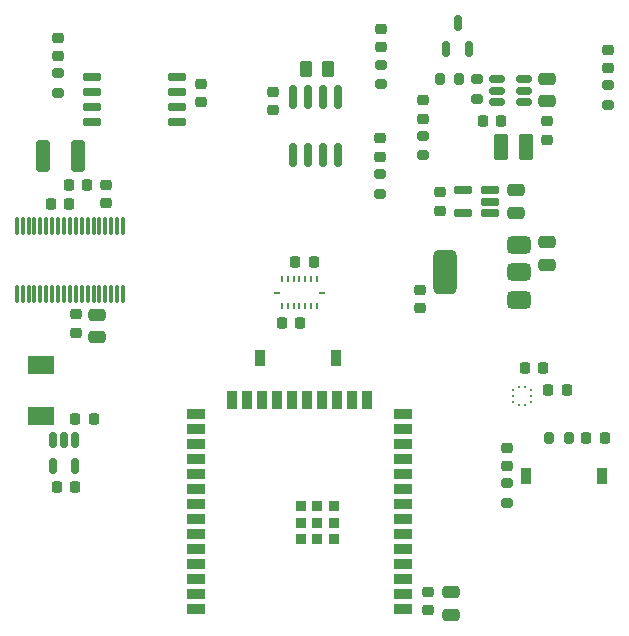
<source format=gtp>
G04 #@! TF.GenerationSoftware,KiCad,Pcbnew,9.0.0*
G04 #@! TF.CreationDate,2025-02-28T23:09:54-08:00*
G04 #@! TF.ProjectId,Constellation Stack V3.0,436f6e73-7465-46c6-9c61-74696f6e2053,rev?*
G04 #@! TF.SameCoordinates,Original*
G04 #@! TF.FileFunction,Paste,Top*
G04 #@! TF.FilePolarity,Positive*
%FSLAX46Y46*%
G04 Gerber Fmt 4.6, Leading zero omitted, Abs format (unit mm)*
G04 Created by KiCad (PCBNEW 9.0.0) date 2025-02-28 23:09:54*
%MOMM*%
%LPD*%
G01*
G04 APERTURE LIST*
G04 Aperture macros list*
%AMRoundRect*
0 Rectangle with rounded corners*
0 $1 Rounding radius*
0 $2 $3 $4 $5 $6 $7 $8 $9 X,Y pos of 4 corners*
0 Add a 4 corners polygon primitive as box body*
4,1,4,$2,$3,$4,$5,$6,$7,$8,$9,$2,$3,0*
0 Add four circle primitives for the rounded corners*
1,1,$1+$1,$2,$3*
1,1,$1+$1,$4,$5*
1,1,$1+$1,$6,$7*
1,1,$1+$1,$8,$9*
0 Add four rect primitives between the rounded corners*
20,1,$1+$1,$2,$3,$4,$5,0*
20,1,$1+$1,$4,$5,$6,$7,0*
20,1,$1+$1,$6,$7,$8,$9,0*
20,1,$1+$1,$8,$9,$2,$3,0*%
G04 Aperture macros list end*
%ADD10RoundRect,0.218750X-0.256250X0.218750X-0.256250X-0.218750X0.256250X-0.218750X0.256250X0.218750X0*%
%ADD11RoundRect,0.250000X-0.262500X-0.450000X0.262500X-0.450000X0.262500X0.450000X-0.262500X0.450000X0*%
%ADD12R,1.500000X0.900000*%
%ADD13R,0.900000X1.500000*%
%ADD14R,0.900000X0.900000*%
%ADD15RoundRect,0.225000X0.250000X-0.225000X0.250000X0.225000X-0.250000X0.225000X-0.250000X-0.225000X0*%
%ADD16RoundRect,0.250000X-0.475000X0.250000X-0.475000X-0.250000X0.475000X-0.250000X0.475000X0.250000X0*%
%ADD17RoundRect,0.250000X0.475000X-0.250000X0.475000X0.250000X-0.475000X0.250000X-0.475000X-0.250000X0*%
%ADD18R,0.254000X0.482600*%
%ADD19R,0.482600X0.254000*%
%ADD20RoundRect,0.375000X0.625000X0.375000X-0.625000X0.375000X-0.625000X-0.375000X0.625000X-0.375000X0*%
%ADD21RoundRect,0.500000X0.500000X1.400000X-0.500000X1.400000X-0.500000X-1.400000X0.500000X-1.400000X0*%
%ADD22RoundRect,0.150000X0.512500X0.150000X-0.512500X0.150000X-0.512500X-0.150000X0.512500X-0.150000X0*%
%ADD23RoundRect,0.225000X-0.225000X-0.250000X0.225000X-0.250000X0.225000X0.250000X-0.225000X0.250000X0*%
%ADD24RoundRect,0.225000X-0.250000X0.225000X-0.250000X-0.225000X0.250000X-0.225000X0.250000X0.225000X0*%
%ADD25RoundRect,0.218750X0.218750X0.256250X-0.218750X0.256250X-0.218750X-0.256250X0.218750X-0.256250X0*%
%ADD26RoundRect,0.200000X0.275000X-0.200000X0.275000X0.200000X-0.275000X0.200000X-0.275000X-0.200000X0*%
%ADD27RoundRect,0.150000X-0.650000X-0.150000X0.650000X-0.150000X0.650000X0.150000X-0.650000X0.150000X0*%
%ADD28RoundRect,0.200000X-0.200000X-0.275000X0.200000X-0.275000X0.200000X0.275000X-0.200000X0.275000X0*%
%ADD29R,0.889000X1.397000*%
%ADD30RoundRect,0.150000X-0.150000X0.512500X-0.150000X-0.512500X0.150000X-0.512500X0.150000X0.512500X0*%
%ADD31RoundRect,0.225000X0.225000X0.250000X-0.225000X0.250000X-0.225000X-0.250000X0.225000X-0.250000X0*%
%ADD32RoundRect,0.150000X0.650000X0.150000X-0.650000X0.150000X-0.650000X-0.150000X0.650000X-0.150000X0*%
%ADD33R,0.254000X0.279400*%
%ADD34R,0.279400X0.254000*%
%ADD35RoundRect,0.250000X-0.325000X-1.100000X0.325000X-1.100000X0.325000X1.100000X-0.325000X1.100000X0*%
%ADD36RoundRect,0.150000X0.150000X-0.512500X0.150000X0.512500X-0.150000X0.512500X-0.150000X-0.512500X0*%
%ADD37RoundRect,0.150000X0.150000X-0.825000X0.150000X0.825000X-0.150000X0.825000X-0.150000X-0.825000X0*%
%ADD38RoundRect,0.250000X-0.375000X-0.850000X0.375000X-0.850000X0.375000X0.850000X-0.375000X0.850000X0*%
%ADD39RoundRect,0.075000X-0.075000X0.662500X-0.075000X-0.662500X0.075000X-0.662500X0.075000X0.662500X0*%
%ADD40RoundRect,0.200000X0.200000X0.275000X-0.200000X0.275000X-0.200000X-0.275000X0.200000X-0.275000X0*%
%ADD41R,2.209800X1.574800*%
G04 APERTURE END LIST*
D10*
X33520000Y-32412499D03*
X33520000Y-33987501D03*
D11*
X54530000Y-35071600D03*
X56355000Y-35071600D03*
D12*
X62725000Y-80800000D03*
X62725000Y-79530000D03*
X62725000Y-78260000D03*
X62725000Y-76990000D03*
X62725000Y-75720000D03*
X62725000Y-74450000D03*
X62725000Y-73180000D03*
X62725000Y-71910000D03*
X62725000Y-70640000D03*
X62725000Y-69370000D03*
X62725000Y-68100000D03*
X62725000Y-66830000D03*
X62725000Y-65560000D03*
X62725000Y-64290000D03*
D13*
X59690000Y-63040000D03*
X58420000Y-63040000D03*
X57150000Y-63040001D03*
X55880000Y-63040000D03*
X54610000Y-63040000D03*
X53340000Y-63040000D03*
X52070000Y-63040000D03*
X50800000Y-63040001D03*
X49530000Y-63040000D03*
X48260000Y-63040000D03*
D12*
X45225000Y-64290000D03*
X45225000Y-65560000D03*
X45225000Y-66830000D03*
X45225000Y-68100000D03*
X45225000Y-69370000D03*
X45225000Y-70640000D03*
X45225000Y-71910000D03*
X45225000Y-73180000D03*
X45225000Y-74450000D03*
X45225000Y-75720000D03*
X45225000Y-76990000D03*
X45225000Y-78260000D03*
X45225000Y-79530000D03*
X45225000Y-80800000D03*
D14*
X56875000Y-74860000D03*
X56875000Y-73460000D03*
X56875000Y-72060000D03*
X55475000Y-74860000D03*
X55475000Y-73460000D03*
X55475000Y-72060000D03*
X54075000Y-74860000D03*
X54075000Y-73460000D03*
X54075000Y-72060000D03*
D15*
X74918700Y-41020800D03*
X74918700Y-39470800D03*
D16*
X74938700Y-49720800D03*
X74938700Y-51620798D03*
D17*
X36855000Y-57765999D03*
X36855000Y-55866001D03*
D15*
X71540002Y-68700000D03*
X71540002Y-67150000D03*
D18*
X52475000Y-52819300D03*
X52974999Y-52819300D03*
X53475001Y-52819300D03*
X53975000Y-52819300D03*
X54474999Y-52819300D03*
X54975001Y-52819300D03*
X55475000Y-52819300D03*
D19*
X55886300Y-53975000D03*
D18*
X55475000Y-55130700D03*
X54975001Y-55130700D03*
X54474999Y-55130700D03*
X53975000Y-55130700D03*
X53475001Y-55130700D03*
X52974999Y-55130700D03*
X52475000Y-55130700D03*
D19*
X52063700Y-53975000D03*
D20*
X72588700Y-54570800D03*
X72588699Y-52270800D03*
X72588700Y-49970800D03*
D21*
X66288701Y-52270800D03*
D22*
X72968700Y-37830799D03*
X72968700Y-36880800D03*
X72968700Y-35930801D03*
X70693700Y-35930801D03*
X70693700Y-36880800D03*
X70693700Y-37830799D03*
D23*
X34477500Y-44896000D03*
X36027500Y-44896000D03*
D24*
X45643800Y-36334400D03*
X45643800Y-37884400D03*
D25*
X79817051Y-66260000D03*
X78242049Y-66260000D03*
D26*
X60790000Y-45595000D03*
X60790000Y-43945000D03*
D27*
X36430400Y-35712400D03*
X36430400Y-36982400D03*
X36430400Y-38252400D03*
X36430400Y-39522400D03*
X43630400Y-39522400D03*
X43630400Y-38252400D03*
X43630400Y-36982400D03*
X43630400Y-35712400D03*
D24*
X64871600Y-79323600D03*
X64871600Y-80873600D03*
X64208699Y-53720800D03*
X64208699Y-55270800D03*
D23*
X32940000Y-46506000D03*
X34490000Y-46506000D03*
D15*
X65888700Y-47045800D03*
X65888700Y-45495800D03*
D28*
X75114550Y-66260000D03*
X76764550Y-66260000D03*
D29*
X79620001Y-69500000D03*
X73119999Y-69500000D03*
X57110451Y-59560000D03*
X50610449Y-59560000D03*
D30*
X35009998Y-66425000D03*
X34059999Y-66425000D03*
X33110000Y-66425000D03*
X33110000Y-68700000D03*
X35009998Y-68700000D03*
D26*
X33520000Y-37050000D03*
X33520000Y-35400000D03*
D31*
X35009999Y-70482500D03*
X33459999Y-70482500D03*
D26*
X68968700Y-37580801D03*
X68968700Y-35930801D03*
D32*
X70148700Y-47220800D03*
X70148700Y-46270800D03*
X70148700Y-45320800D03*
X67848700Y-45320800D03*
X67848700Y-47220800D03*
D33*
X73074701Y-61952599D03*
X72574701Y-61952599D03*
D34*
X72037301Y-62240000D03*
X72037301Y-62739999D03*
X72037301Y-63239998D03*
D33*
X72574701Y-63527399D03*
X73074701Y-63527399D03*
D34*
X73612101Y-63239998D03*
X73612101Y-62739999D03*
X73612101Y-62240000D03*
D35*
X32289999Y-42426000D03*
X35240001Y-42426000D03*
D23*
X73078300Y-60389599D03*
X74628300Y-60389599D03*
D31*
X36547499Y-64702500D03*
X34997499Y-64702500D03*
D36*
X66420002Y-33400000D03*
X68320000Y-33400000D03*
X67370001Y-31125000D03*
D23*
X75048300Y-62239599D03*
X76598300Y-62239599D03*
D17*
X72328701Y-47200798D03*
X72328701Y-45300800D03*
D37*
X53416200Y-42364200D03*
X54686200Y-42364200D03*
X55956200Y-42364200D03*
X57226200Y-42364200D03*
X57226200Y-37414200D03*
X55956200Y-37414200D03*
X54686200Y-37414200D03*
X53416200Y-37414200D03*
D10*
X80140000Y-33422499D03*
X80140000Y-34997501D03*
D38*
X71023700Y-41680800D03*
X73173700Y-41680800D03*
D15*
X37615000Y-46421000D03*
X37615000Y-44871000D03*
D23*
X53615000Y-51410000D03*
X55165000Y-51410000D03*
D15*
X35055200Y-57363600D03*
X35055200Y-55813600D03*
D39*
X39040000Y-48367500D03*
X38540000Y-48367500D03*
X38040000Y-48367500D03*
X37540000Y-48367500D03*
X37040000Y-48367500D03*
X36540000Y-48367500D03*
X36040000Y-48367500D03*
X35540000Y-48367500D03*
X35040000Y-48367500D03*
X34540000Y-48367500D03*
X34040000Y-48367500D03*
X33540000Y-48367500D03*
X33040000Y-48367500D03*
X32540000Y-48367500D03*
X32040000Y-48367500D03*
X31540000Y-48367500D03*
X31040000Y-48367500D03*
X30540000Y-48367500D03*
X30040000Y-48367500D03*
X30040000Y-54092500D03*
X30540000Y-54092500D03*
X31040000Y-54092500D03*
X31540000Y-54092500D03*
X32040000Y-54092500D03*
X32540000Y-54092500D03*
X33040000Y-54092500D03*
X33540000Y-54092500D03*
X34040000Y-54092500D03*
X34540000Y-54092500D03*
X35040000Y-54092500D03*
X35540000Y-54092500D03*
X36040000Y-54092500D03*
X36540000Y-54092500D03*
X37040000Y-54092500D03*
X37540000Y-54092500D03*
X38040000Y-54092500D03*
X38540000Y-54092500D03*
X39040000Y-54092500D03*
D26*
X64418700Y-42345800D03*
X64418700Y-40695800D03*
D31*
X54015000Y-56540000D03*
X52465000Y-56540000D03*
D26*
X71540002Y-71784999D03*
X71540002Y-70134999D03*
X60909200Y-36346400D03*
X60909200Y-34696400D03*
D10*
X60919199Y-31623899D03*
X60919199Y-33198901D03*
X64408700Y-37683299D03*
X64408700Y-39258301D03*
D26*
X80140000Y-38072500D03*
X80140000Y-36422500D03*
D16*
X74928700Y-35860800D03*
X74928700Y-37760798D03*
D40*
X67488700Y-35930801D03*
X65838700Y-35930801D03*
D10*
X60790000Y-40904998D03*
X60790000Y-42480000D03*
D24*
X51766700Y-36969700D03*
X51766700Y-38519700D03*
D16*
X66781600Y-79373600D03*
X66781600Y-81273598D03*
D23*
X69473700Y-39420800D03*
X71023700Y-39420800D03*
D41*
X32058998Y-60150499D03*
X32058998Y-64468501D03*
M02*

</source>
